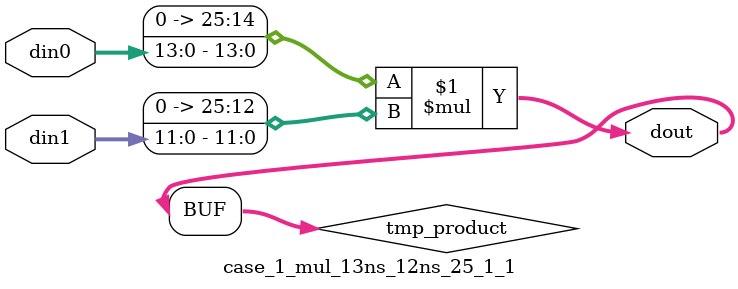
<source format=v>

`timescale 1 ns / 1 ps

 (* use_dsp = "no" *)  module case_1_mul_13ns_12ns_25_1_1(din0, din1, dout);
parameter ID = 1;
parameter NUM_STAGE = 0;
parameter din0_WIDTH = 14;
parameter din1_WIDTH = 12;
parameter dout_WIDTH = 26;

input [din0_WIDTH - 1 : 0] din0; 
input [din1_WIDTH - 1 : 0] din1; 
output [dout_WIDTH - 1 : 0] dout;

wire signed [dout_WIDTH - 1 : 0] tmp_product;
























assign tmp_product = $signed({1'b0, din0}) * $signed({1'b0, din1});











assign dout = tmp_product;





















endmodule

</source>
